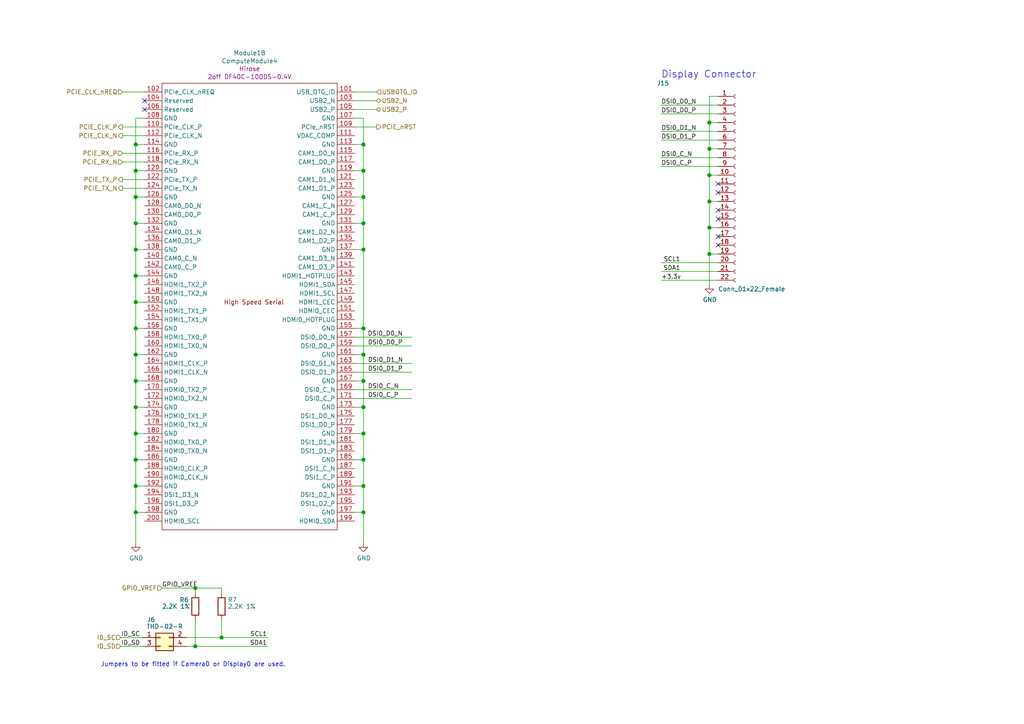
<source format=kicad_sch>
(kicad_sch (version 20230121) (generator eeschema)
  (paper "A4")
  (title_block (title "Bitcart") (date "2023-09-15") (rev "1"))
  (lib_symbols
    (symbol "CM4IO:ComputeModule4-CM4"
      (property "Reference" "Module" (at 113.03 -68.58 0))
      (property "Value" "ComputeModule4-CM4" (at 140.97 2.54 0))
      (property "Field4" "Hirose" (at 0 0 0))
      (property "Field5" "2x DF40C-100DS-0.4V" (at 0 -2.54 0))
      (symbol "ComputeModule4-CM4_1_0"
        (text "GPIO" (at 0 6.35 0) (effects (font (size 1.27 1.27))))
      )
      (symbol "ComputeModule4-CM4_1_1"
        (rectangle (start -30.48 -71.12) (end 25.4 58.42))
        (text "600mA Max" (at -8.89 -53.34 0) (effects (font (size 1.27 1.27))))
        (text "600mA Max" (at -8.89 -48.26 0) (effects (font (size 1.27 1.27))))
        (text "NB SD signals are only available" (at -1.27 -27.94 0) (effects (font (size 1.27 1.27))))
        (text "on modules without eMMC" (at -1.27 -30.48 0) (effects (font (size 1.27 1.27))))
        (pin power_in line (at 27.94 55.88 180) (length 2.54) (name "GND") (number "1"))
        (pin passive line (at -33.02 45.72 0) (length 2.54) (name "Ethernet_Pair0_N") (number "10"))
        (pin output line (at -33.02 -68.58 0) (length 2.54) (name "nEXTRST") (number "100"))
        (pin passive line (at 27.94 43.18 180) (length 2.54) (name "Ethernet_Pair2_P") (number "11"))
        (pin passive line (at -33.02 43.18 0) (length 2.54) (name "Ethernet_Pair0_P") (number "12"))
        (pin power_in line (at 27.94 40.64 180) (length 2.54) (name "GND") (number "13"))
        (pin power_in line (at -33.02 40.64 0) (length 2.54) (name "GND") (number "14"))
        (pin output line (at 27.94 38.1 180) (length 2.54) (name "Ethernet_nLED3(3.3v)") (number "15"))
        (pin input line (at -33.02 38.1 0) (length 2.54) (name "Ethernet_SYNC_IN(1.8v)") (number "16"))
        (pin output line (at 27.94 35.56 180) (length 2.54) (name "Ethernet_nLED2(3.3v)") (number "17"))
        (pin input line (at -33.02 35.56 0) (length 2.54) (name "Ethernet_SYNC_OUT(1.8v)") (number "18"))
        (pin output line (at 27.94 33.02 180) (length 2.54) (name "Ethernet_nLED1(3.3v)") (number "19"))
        (pin power_in line (at -33.02 55.88 0) (length 2.54) (name "GND") (number "2"))
        (pin passive line (at -33.02 33.02 0) (length 2.54) (name "EEPROM_nWP") (number "20"))
        (pin open_collector line (at 27.94 30.48 180) (length 2.54) (name "PI_nLED_Activity") (number "21"))
        (pin power_in line (at -33.02 30.48 0) (length 2.54) (name "GND") (number "22"))
        (pin power_in line (at 27.94 27.94 180) (length 2.54) (name "GND") (number "23"))
        (pin passive line (at -33.02 27.94 0) (length 2.54) (name "GPIO26") (number "24"))
        (pin passive line (at 27.94 25.4 180) (length 2.54) (name "GPIO21") (number "25"))
        (pin passive line (at -33.02 25.4 0) (length 2.54) (name "GPIO19") (number "26"))
        (pin passive line (at 27.94 22.86 180) (length 2.54) (name "GPIO20") (number "27"))
        (pin passive line (at -33.02 22.86 0) (length 2.54) (name "GPIO13") (number "28"))
        (pin passive line (at 27.94 20.32 180) (length 2.54) (name "GPIO16") (number "29"))
        (pin passive line (at 27.94 53.34 180) (length 2.54) (name "Ethernet_Pair3_P") (number "3"))
        (pin passive line (at -33.02 20.32 0) (length 2.54) (name "GPIO6") (number "30"))
        (pin passive line (at 27.94 17.78 180) (length 2.54) (name "GPIO12") (number "31"))
        (pin power_in line (at -33.02 17.78 0) (length 2.54) (name "GND") (number "32"))
        (pin power_in line (at 27.94 15.24 180) (length 2.54) (name "GND") (number "33"))
        (pin passive line (at -33.02 15.24 0) (length 2.54) (name "GPIO5") (number "34"))
        (pin passive line (at 27.94 12.7 180) (length 2.54) (name "ID_SC") (number "35"))
        (pin passive line (at -33.02 12.7 0) (length 2.54) (name "ID_SD") (number "36"))
        (pin passive line (at 27.94 10.16 180) (length 2.54) (name "GPIO7") (number "37"))
        (pin passive line (at -33.02 10.16 0) (length 2.54) (name "GPIO11") (number "38"))
        (pin passive line (at 27.94 7.62 180) (length 2.54) (name "GPIO8") (number "39"))
        (pin passive line (at -33.02 53.34 0) (length 2.54) (name "Ethernet_Pair1_P") (number "4"))
        (pin passive line (at -33.02 7.62 0) (length 2.54) (name "GPIO9") (number "40"))
        (pin passive line (at 27.94 5.08 180) (length 2.54) (name "GPIO25") (number "41"))
        (pin power_in line (at -33.02 5.08 0) (length 2.54) (name "GND") (number "42"))
        (pin power_in line (at 27.94 2.54 180) (length 2.54) (name "GND") (number "43"))
        (pin passive line (at -33.02 2.54 0) (length 2.54) (name "GPIO10") (number "44"))
        (pin passive line (at 27.94 0 180) (length 2.54) (name "GPIO24") (number "45"))
        (pin passive line (at -33.02 0 0) (length 2.54) (name "GPIO22") (number "46"))
        (pin passive line (at 27.94 -2.54 180) (length 2.54) (name "GPIO23") (number "47"))
        (pin passive line (at -33.02 -2.54 0) (length 2.54) (name "GPIO27") (number "48"))
        (pin passive line (at 27.94 -5.08 180) (length 2.54) (name "GPIO18") (number "49"))
        (pin passive line (at 27.94 50.8 180) (length 2.54) (name "Ethernet_Pair3_N") (number "5"))
        (pin passive line (at -33.02 -5.08 0) (length 2.54) (name "GPIO17") (number "50"))
        (pin passive line (at 27.94 -7.62 180) (length 2.54) (name "GPIO15") (number "51"))
        (pin power_in line (at -33.02 -7.62 0) (length 2.54) (name "GND") (number "52"))
        (pin power_in line (at 27.94 -10.16 180) (length 2.54) (name "GND") (number "53"))
        (pin passive line (at -33.02 -10.16 0) (length 2.54) (name "GPIO4") (number "54"))
        (pin passive line (at 27.94 -12.7 180) (length 2.54) (name "GPIO14") (number "55"))
        (pin passive line (at -33.02 -12.7 0) (length 2.54) (name "GPIO3") (number "56"))
        (pin passive line (at 27.94 -15.24 180) (length 2.54) (name "SD_CLK") (number "57"))
        (pin passive line (at -33.02 -15.24 0) (length 2.54) (name "GPIO2") (number "58"))
        (pin power_in line (at 27.94 -17.78 180) (length 2.54) (name "GND") (number "59"))
        (pin passive line (at -33.02 50.8 0) (length 2.54) (name "Ethernet_Pair1_N") (number "6"))
        (pin power_in line (at -33.02 -17.78 0) (length 2.54) (name "GND") (number "60"))
        (pin passive line (at 27.94 -20.32 180) (length 2.54) (name "SD_DAT3") (number "61"))
        (pin passive line (at -33.02 -20.32 0) (length 2.54) (name "SD_CMD") (number "62"))
        (pin passive line (at 27.94 -22.86 180) (length 2.54) (name "SD_DAT0") (number "63"))
        (pin passive line (at -33.02 -22.86 0) (length 2.54) (name "SD_DAT5") (number "64"))
        (pin power_in line (at 27.94 -25.4 180) (length 2.54) (name "GND") (number "65"))
        (pin power_in line (at -33.02 -25.4 0) (length 2.54) (name "GND") (number "66"))
        (pin passive line (at 27.94 -27.94 180) (length 2.54) (name "SD_DAT1") (number "67"))
        (pin passive line (at -33.02 -27.94 0) (length 2.54) (name "SD_DAT4") (number "68"))
        (pin passive line (at 27.94 -30.48 180) (length 2.54) (name "SD_DAT2") (number "69"))
        (pin power_in line (at 27.94 48.26 180) (length 2.54) (name "GND") (number "7"))
        (pin passive line (at -33.02 -30.48 0) (length 2.54) (name "SD_DAT7") (number "70"))
        (pin power_in line (at 27.94 -33.02 180) (length 2.54) (name "GND") (number "71"))
        (pin passive line (at -33.02 -33.02 0) (length 2.54) (name "SD_DAT6") (number "72"))
        (pin input line (at 27.94 -35.56 180) (length 2.54) (name "SD_VDD_Override") (number "73"))
        (pin power_in line (at -33.02 -35.56 0) (length 2.54) (name "GND") (number "74"))
        (pin output line (at 27.94 -38.1 180) (length 2.54) (name "SD_PWR_ON") (number "75"))
        (pin passive line (at -33.02 -38.1 0) (length 2.54) (name "Reserved") (number "76"))
        (pin power_in line (at 27.94 -40.64 180) (length 2.54) (name "+5v_(Input)") (number "77"))
        (pin power_in line (at -33.02 -40.64 0) (length 2.54) (name "GPIO_VREF(1.8v/3.3v_Input)") (number "78"))
        (pin power_in line (at 27.94 -43.18 180) (length 2.54) (name "+5v_(Input)") (number "79"))
        (pin power_in line (at -33.02 48.26 0) (length 2.54) (name "GND") (number "8"))
        (pin passive line (at -33.02 -43.18 0) (length 2.54) (name "SCL0") (number "80"))
        (pin power_in line (at 27.94 -45.72 180) (length 2.54) (name "+5v_(Input)") (number "81"))
        (pin passive line (at -33.02 -45.72 0) (length 2.54) (name "SDA0") (number "82"))
        (pin power_in line (at 27.94 -48.26 180) (length 2.54) (name "+5v_(Input)") (number "83"))
        (pin power_out line (at -33.02 -48.26 0) (length 2.54) (name "+3.3v_(Output)") (number "84"))
        (pin power_in line (at 27.94 -50.8 180) (length 2.54) (name "+5v_(Input)") (number "85"))
        (pin power_out line (at -33.02 -50.8 0) (length 2.54) (name "+3.3v_(Output)") (number "86"))
        (pin power_in line (at 27.94 -53.34 180) (length 2.54) (name "+5v_(Input)") (number "87"))
        (pin power_out line (at -33.02 -53.34 0) (length 2.54) (name "+1.8v_(Output)") (number "88"))
        (pin power_in line (at 27.94 -55.88 180) (length 2.54) (name "WiFi_nDisable") (number "89"))
        (pin passive line (at 27.94 45.72 180) (length 2.54) (name "Ethernet_Pair2_N") (number "9"))
        (pin power_out line (at -33.02 -55.88 0) (length 2.54) (name "+1.8v_(Output)") (number "90"))
        (pin power_in line (at 27.94 -58.42 180) (length 2.54) (name "BT_nDisable") (number "91"))
        (pin passive line (at -33.02 -58.42 0) (length 2.54) (name "RUN_PG") (number "92"))
        (pin input line (at 27.94 -60.96 180) (length 2.54) (name "nRPIBOOT") (number "93"))
        (pin passive line (at -33.02 -60.96 0) (length 2.54) (name "AnalogIP0") (number "94"))
        (pin output line (at 27.94 -63.5 180) (length 2.54) (name "nPI_LED_PWR") (number "95"))
        (pin passive line (at -33.02 -63.5 0) (length 2.54) (name "AnalogIP1") (number "96"))
        (pin passive line (at 27.94 -66.04 180) (length 2.54) (name "Camera_GPIO") (number "97"))
        (pin power_in line (at -33.02 -66.04 0) (length 2.54) (name "GND") (number "98"))
        (pin input line (at 27.94 -68.58 180) (length 2.54) (name "Global_EN") (number "99"))
      )
      (symbol "ComputeModule4-CM4_2_1"
        (rectangle (start 114.3 -66.04) (end 165.1 63.5))
        (text "High Speed Serial" (at 140.97 0 0) (effects (font (size 1.27 1.27))))
        (pin input line (at 170.18 60.96 180) (length 5.08) (name "USB_OTG_ID") (number "101"))
        (pin input line (at 109.22 60.96 0) (length 5.08) (name "PCIe_CLK_nREQ") (number "102"))
        (pin passive line (at 170.18 58.42 180) (length 5.08) (name "USB2_N") (number "103"))
        (pin passive line (at 109.22 58.42 0) (length 5.08) (name "Reserved") (number "104"))
        (pin passive line (at 170.18 55.88 180) (length 5.08) (name "USB2_P") (number "105"))
        (pin passive line (at 109.22 55.88 0) (length 5.08) (name "Reserved") (number "106"))
        (pin power_in line (at 170.18 53.34 180) (length 5.08) (name "GND") (number "107"))
        (pin power_in line (at 109.22 53.34 0) (length 5.08) (name "GND") (number "108"))
        (pin bidirectional line (at 170.18 50.8 180) (length 5.08) (name "PCIe_nRST") (number "109"))
        (pin output line (at 109.22 50.8 0) (length 5.08) (name "PCIe_CLK_P") (number "110"))
        (pin passive line (at 170.18 48.26 180) (length 5.08) (name "VDAC_COMP") (number "111"))
        (pin output line (at 109.22 48.26 0) (length 5.08) (name "PCIe_CLK_N") (number "112"))
        (pin power_in line (at 170.18 45.72 180) (length 5.08) (name "GND") (number "113"))
        (pin power_in line (at 109.22 45.72 0) (length 5.08) (name "GND") (number "114"))
        (pin input line (at 170.18 43.18 180) (length 5.08) (name "CAM1_D0_N") (number "115"))
        (pin input line (at 109.22 43.18 0) (length 5.08) (name "PCIe_RX_P") (number "116"))
        (pin input line (at 170.18 40.64 180) (length 5.08) (name "CAM1_D0_P") (number "117"))
        (pin input line (at 109.22 40.64 0) (length 5.08) (name "PCIe_RX_N") (number "118"))
        (pin power_in line (at 170.18 38.1 180) (length 5.08) (name "GND") (number "119"))
        (pin power_in line (at 109.22 38.1 0) (length 5.08) (name "GND") (number "120"))
        (pin input line (at 170.18 35.56 180) (length 5.08) (name "CAM1_D1_N") (number "121"))
        (pin output line (at 109.22 35.56 0) (length 5.08) (name "PCIe_TX_P") (number "122"))
        (pin input line (at 170.18 33.02 180) (length 5.08) (name "CAM1_D1_P") (number "123"))
        (pin output line (at 109.22 33.02 0) (length 5.08) (name "PCIe_TX_N") (number "124"))
        (pin power_in line (at 170.18 30.48 180) (length 5.08) (name "GND") (number "125"))
        (pin power_in line (at 109.22 30.48 0) (length 5.08) (name "GND") (number "126"))
        (pin input line (at 170.18 27.94 180) (length 5.08) (name "CAM1_C_N") (number "127"))
        (pin input line (at 109.22 27.94 0) (length 5.08) (name "CAM0_D0_N") (number "128"))
        (pin input line (at 170.18 25.4 180) (length 5.08) (name "CAM1_C_P") (number "129"))
        (pin input line (at 109.22 25.4 0) (length 5.08) (name "CAM0_D0_P") (number "130"))
        (pin power_in line (at 170.18 22.86 180) (length 5.08) (name "GND") (number "131"))
        (pin power_in line (at 109.22 22.86 0) (length 5.08) (name "GND") (number "132"))
        (pin input line (at 170.18 20.32 180) (length 5.08) (name "CAM1_D2_N") (number "133"))
        (pin input line (at 109.22 20.32 0) (length 5.08) (name "CAM0_D1_N") (number "134"))
        (pin input line (at 170.18 17.78 180) (length 5.08) (name "CAM1_D2_P") (number "135"))
        (pin input line (at 109.22 17.78 0) (length 5.08) (name "CAM0_D1_P") (number "136"))
        (pin power_in line (at 170.18 15.24 180) (length 5.08) (name "GND") (number "137"))
        (pin power_in line (at 109.22 15.24 0) (length 5.08) (name "GND") (number "138"))
        (pin input line (at 170.18 12.7 180) (length 5.08) (name "CAM1_D3_N") (number "139"))
        (pin input line (at 109.22 12.7 0) (length 5.08) (name "CAM0_C_N") (number "140"))
        (pin input line (at 170.18 10.16 180) (length 5.08) (name "CAM1_D3_P") (number "141"))
        (pin input line (at 109.22 10.16 0) (length 5.08) (name "CAM0_C_P") (number "142"))
        (pin input line (at 170.18 7.62 180) (length 5.08) (name "HDMI1_HOTPLUG") (number "143"))
        (pin power_in line (at 109.22 7.62 0) (length 5.08) (name "GND") (number "144"))
        (pin bidirectional line (at 170.18 5.08 180) (length 5.08) (name "HDMI1_SDA") (number "145"))
        (pin output line (at 109.22 5.08 0) (length 5.08) (name "HDMI1_TX2_P") (number "146"))
        (pin open_collector line (at 170.18 2.54 180) (length 5.08) (name "HDMI1_SCL") (number "147"))
        (pin output line (at 109.22 2.54 0) (length 5.08) (name "HDMI1_TX2_N") (number "148"))
        (pin open_collector line (at 170.18 0 180) (length 5.08) (name "HDMI1_CEC") (number "149"))
        (pin power_in line (at 109.22 0 0) (length 5.08) (name "GND") (number "150"))
        (pin open_collector line (at 170.18 -2.54 180) (length 5.08) (name "HDMI0_CEC") (number "151"))
        (pin output line (at 109.22 -2.54 0) (length 5.08) (name "HDMI1_TX1_P") (number "152"))
        (pin input line (at 170.18 -5.08 180) (length 5.08) (name "HDMI0_HOTPLUG") (number "153"))
        (pin output line (at 109.22 -5.08 0) (length 5.08) (name "HDMI1_TX1_N") (number "154"))
        (pin power_in line (at 170.18 -7.62 180) (length 5.08) (name "GND") (number "155"))
        (pin power_in line (at 109.22 -7.62 0) (length 5.08) (name "GND") (number "156"))
        (pin output line (at 170.18 -10.16 180) (length 5.08) (name "DSI0_D0_N") (number "157"))
        (pin output line (at 109.22 -10.16 0) (length 5.08) (name "HDMI1_TX0_P") (number "158"))
        (pin output line (at 170.18 -12.7 180) (length 5.08) (name "DSI0_D0_P") (number "159"))
        (pin output line (at 109.22 -12.7 0) (length 5.08) (name "HDMI1_TX0_N") (number "160"))
        (pin power_in line (at 170.18 -15.24 180) (length 5.08) (name "GND") (number "161"))
        (pin power_in line (at 109.22 -15.24 0) (length 5.08) (name "GND") (number "162"))
        (pin output line (at 170.18 -17.78 180) (length 5.08) (name "DSI0_D1_N") (number "163"))
        (pin output line (at 109.22 -17.78 0) (length 5.08) (name "HDMI1_CLK_P") (number "164"))
        (pin output line (at 170.18 -20.32 180) (length 5.08) (name "DSI0_D1_P") (number "165"))
        (pin output line (at 109.22 -20.32 0) (length 5.08) (name "HDMI1_CLK_N") (number "166"))
        (pin power_in line (at 170.18 -22.86 180) (length 5.08) (name "GND") (number "167"))
        (pin power_in line (at 109.22 -22.86 0) (length 5.08) (name "GND") (number "168"))
        (pin output line (at 170.18 -25.4 180) (length 5.08) (name "DSI0_C_N") (number "169"))
        (pin output line (at 109.22 -25.4 0) (length 5.08) (name "HDMI0_TX2_P") (number "170"))
        (pin output line (at 170.18 -27.94 180) (length 5.08) (name "DSI0_C_P") (number "171"))
        (pin output line (at 109.22 -27.94 0) (length 5.08) (name "HDMI0_TX2_N") (number "172"))
        (pin power_in line (at 170.18 -30.48 180) (length 5.08) (name "GND") (number "173"))
        (pin power_in line (at 109.22 -30.48 0) (length 5.08) (name "GND") (number "174"))
        (pin output line (at 170.18 -33.02 180) (length 5.08) (name "DSI1_D0_N") (number "175"))
        (pin output line (at 109.22 -33.02 0) (length 5.08) (name "HDMI0_TX1_P") (number "176"))
        (pin output line (at 170.18 -35.56 180) (length 5.08) (name "DSI1_D0_P") (number "177"))
        (pin output line (at 109.22 -35.56 0) (length 5.08) (name "HDMI0_TX1_N") (number "178"))
        (pin power_in line (at 170.18 -38.1 180) (length 5.08) (name "GND") (number "179"))
        (pin power_in line (at 109.22 -38.1 0) (length 5.08) (name "GND") (number "180"))
        (pin output line (at 170.18 -40.64 180) (length 5.08) (name "DSI1_D1_N") (number "181"))
        (pin output line (at 109.22 -40.64 0) (length 5.08) (name "HDMI0_TX0_P") (number "182"))
        (pin output line (at 170.18 -43.18 180) (length 5.08) (name "DSI1_D1_P") (number "183"))
        (pin output line (at 109.22 -43.18 0) (length 5.08) (name "HDMI0_TX0_N") (number "184"))
        (pin power_in line (at 170.18 -45.72 180) (length 5.08) (name "GND") (number "185"))
        (pin power_in line (at 109.22 -45.72 0) (length 5.08) (name "GND") (number "186"))
        (pin output line (at 170.18 -48.26 180) (length 5.08) (name "DSI1_C_N") (number "187"))
        (pin output line (at 109.22 -48.26 0) (length 5.08) (name "HDMI0_CLK_P") (number "188"))
        (pin output line (at 170.18 -50.8 180) (length 5.08) (name "DSI1_C_P") (number "189"))
        (pin output line (at 109.22 -50.8 0) (length 5.08) (name "HDMI0_CLK_N") (number "190"))
        (pin power_in line (at 170.18 -53.34 180) (length 5.08) (name "GND") (number "191"))
        (pin power_in line (at 109.22 -53.34 0) (length 5.08) (name "GND") (number "192"))
        (pin output line (at 170.18 -55.88 180) (length 5.08) (name "DSI1_D2_N") (number "193"))
        (pin output line (at 109.22 -55.88 0) (length 5.08) (name "DSI1_D3_N") (number "194"))
        (pin output line (at 170.18 -58.42 180) (length 5.08) (name "DSI1_D2_P") (number "195"))
        (pin output line (at 109.22 -58.42 0) (length 5.08) (name "DSI1_D3_P") (number "196"))
        (pin power_in line (at 170.18 -60.96 180) (length 5.08) (name "GND") (number "197"))
        (pin power_in line (at 109.22 -60.96 0) (length 5.08) (name "GND") (number "198"))
        (pin bidirectional line (at 170.18 -63.5 180) (length 5.08) (name "HDMI0_SDA") (number "199"))
        (pin open_collector line (at 109.22 -63.5 0) (length 5.08) (name "HDMI0_SCL") (number "200"))
      )
    )
    (symbol "Connector:Conn_01x22_Female" (pin_names hide)
      (property "Reference" "J" (at 0 27.94 0))
      (property "Value" "Conn_01x22_Female" (at 0 -30.48 0))
      (symbol "Conn_01x22_Female_1_1"
        (arc (start 0 -27.432) (mid -0.5058 -27.94) (end 0 -28.448))
        (arc (start 0 -24.892) (mid -0.5058 -25.4) (end 0 -25.908))
        (arc (start 0 -22.352) (mid -0.5058 -22.86) (end 0 -23.368))
        (arc (start 0 -19.812) (mid -0.5058 -20.32) (end 0 -20.828))
        (arc (start 0 -17.272) (mid -0.5058 -17.78) (end 0 -18.288))
        (arc (start 0 -14.732) (mid -0.5058 -15.24) (end 0 -15.748))
        (arc (start 0 -12.192) (mid -0.5058 -12.7) (end 0 -13.208))
        (arc (start 0 -9.652) (mid -0.5058 -10.16) (end 0 -10.668))
        (arc (start 0 -7.112) (mid -0.5058 -7.62) (end 0 -8.128))
        (arc (start 0 -4.572) (mid -0.5058 -5.08) (end 0 -5.588))
        (arc (start 0 -2.032) (mid -0.5058 -2.54) (end 0 -3.048))
        (polyline (pts (xy -1.27 -27.94) (xy -0.508 -27.94)))
        (polyline (pts (xy -1.27 -25.4) (xy -0.508 -25.4)))
        (polyline (pts (xy -1.27 -22.86) (xy -0.508 -22.86)))
        (polyline (pts (xy -1.27 -20.32) (xy -0.508 -20.32)))
        (polyline (pts (xy -1.27 -17.78) (xy -0.508 -17.78)))
        (polyline (pts (xy -1.27 -15.24) (xy -0.508 -15.24)))
        (polyline (pts (xy -1.27 -12.7) (xy -0.508 -12.7)))
        (polyline (pts (xy -1.27 -10.16) (xy -0.508 -10.16)))
        (polyline (pts (xy -1.27 -7.62) (xy -0.508 -7.62)))
        (polyline (pts (xy -1.27 -5.08) (xy -0.508 -5.08)))
        (polyline (pts (xy -1.27 -2.54) (xy -0.508 -2.54)))
        (polyline (pts (xy -1.27 0) (xy -0.508 0)))
        (polyline (pts (xy -1.27 2.54) (xy -0.508 2.54)))
        (polyline (pts (xy -1.27 5.08) (xy -0.508 5.08)))
        (polyline (pts (xy -1.27 7.62) (xy -0.508 7.62)))
        (polyline (pts (xy -1.27 10.16) (xy -0.508 10.16)))
        (polyline (pts (xy -1.27 12.7) (xy -0.508 12.7)))
        (polyline (pts (xy -1.27 15.24) (xy -0.508 15.24)))
        (polyline (pts (xy -1.27 17.78) (xy -0.508 17.78)))
        (polyline (pts (xy -1.27 20.32) (xy -0.508 20.32)))
        (polyline (pts (xy -1.27 22.86) (xy -0.508 22.86)))
        (polyline (pts (xy -1.27 25.4) (xy -0.508 25.4)))
        (arc (start 0 0.508) (mid -0.5058 0) (end 0 -0.508))
        (arc (start 0 3.048) (mid -0.5058 2.54) (end 0 2.032))
        (arc (start 0 5.588) (mid -0.5058 5.08) (end 0 4.572))
        (arc (start 0 8.128) (mid -0.5058 7.62) (end 0 7.112))
        (arc (start 0 10.668) (mid -0.5058 10.16) (end 0 9.652))
        (arc (start 0 13.208) (mid -0.5058 12.7) (end 0 12.192))
        (arc (start 0 15.748) (mid -0.5058 15.24) (end 0 14.732))
        (arc (start 0 18.288) (mid -0.5058 17.78) (end 0 17.272))
        (arc (start 0 20.828) (mid -0.5058 20.32) (end 0 19.812))
        (arc (start 0 23.368) (mid -0.5058 22.86) (end 0 22.352))
        (arc (start 0 25.908) (mid -0.5058 25.4) (end 0 24.892))
        (pin passive line (at -5.08 25.4 0) (length 3.81) (name "Pin_1") (number "1"))
        (pin passive line (at -5.08 2.54 0) (length 3.81) (name "Pin_10") (number "10"))
        (pin passive line (at -5.08 0 0) (length 3.81) (name "Pin_11") (number "11"))
        (pin passive line (at -5.08 -2.54 0) (length 3.81) (name "Pin_12") (number "12"))
        (pin passive line (at -5.08 -5.08 0) (length 3.81) (name "Pin_13") (number "13"))
        (pin passive line (at -5.08 -7.62 0) (length 3.81) (name "Pin_14") (number "14"))
        (pin passive line (at -5.08 -10.16 0) (length 3.81) (name "Pin_15") (number "15"))
        (pin passive line (at -5.08 -12.7 0) (length 3.81) (name "Pin_16") (number "16"))
        (pin passive line (at -5.08 -15.24 0) (length 3.81) (name "Pin_17") (number "17"))
        (pin passive line (at -5.08 -17.78 0) (length 3.81) (name "Pin_18") (number "18"))
        (pin passive line (at -5.08 -20.32 0) (length 3.81) (name "Pin_19") (number "19"))
        (pin passive line (at -5.08 22.86 0) (length 3.81) (name "Pin_2") (number "2"))
        (pin passive line (at -5.08 -22.86 0) (length 3.81) (name "Pin_20") (number "20"))
        (pin passive line (at -5.08 -25.4 0) (length 3.81) (name "Pin_21") (number "21"))
        (pin passive line (at -5.08 -27.94 0) (length 3.81) (name "Pin_22") (number "22"))
        (pin passive line (at -5.08 20.32 0) (length 3.81) (name "Pin_3") (number "3"))
        (pin passive line (at -5.08 17.78 0) (length 3.81) (name "Pin_4") (number "4"))
        (pin passive line (at -5.08 15.24 0) (length 3.81) (name "Pin_5") (number "5"))
        (pin passive line (at -5.08 12.7 0) (length 3.81) (name "Pin_6") (number "6"))
        (pin passive line (at -5.08 10.16 0) (length 3.81) (name "Pin_7") (number "7"))
        (pin passive line (at -5.08 7.62 0) (length 3.81) (name "Pin_8") (number "8"))
        (pin passive line (at -5.08 5.08 0) (length 3.81) (name "Pin_9") (number "9"))
      )
    )
    (symbol "Connector_Generic:Conn_02x02_Odd_Even" (pin_names hide)
      (property "Reference" "J" (at 1.27 2.54 0))
      (property "Value" "Conn_02x02_Odd_Even" (at 1.27 -5.08 0))
      (symbol "Conn_02x02_Odd_Even_1_1"
        (rectangle (start -1.27 -2.413) (end 0 -2.667))
        (rectangle (start -1.27 0.127) (end 0 -0.127))
        (rectangle (start -1.27 1.27) (end 3.81 -3.81) (stroke (width 0.254)) (fill (type background)))
        (rectangle (start 3.81 -2.413) (end 2.54 -2.667))
        (rectangle (start 3.81 0.127) (end 2.54 -0.127))
        (pin passive line (at -5.08 0 0) (length 3.81) (name "Pin_1") (number "1"))
        (pin passive line (at 7.62 0 180) (length 3.81) (name "Pin_2") (number "2"))
        (pin passive line (at -5.08 -2.54 0) (length 3.81) (name "Pin_3") (number "3"))
        (pin passive line (at 7.62 -2.54 180) (length 3.81) (name "Pin_4") (number "4"))
      )
    )
    (symbol "Device:R" (pin_numbers hide) (pin_names (offset 0))
      (property "Reference" "R" (at 2.032 0 90))
      (property "Value" "R" (at 0 0 90))
      (symbol "R_0_1"
        (rectangle (start -1.016 -2.54) (end 1.016 2.54) (stroke (width 0.254)))
      )
      (symbol "R_1_1"
        (pin passive line (at 0 3.81 270) (length 1.27) (name "~") (number "1"))
        (pin passive line (at 0 -3.81 90) (length 1.27) (name "~") (number "2"))
      )
    )
    (symbol "power:GND" (power) (pin_names (offset 0))
      (property "Value" "GND" (at 0 -3.81 0))
      (symbol "GND_0_1"
        (polyline (pts (xy 0 0) (xy 0 -1.27) (xy 1.27 -1.27) (xy 0 -2.54) (xy -1.27 -1.27) (xy 0 -1.27)))
      )
      (symbol "GND_1_1"
        (pin power_in line (at 0 0 270) (length 0) hide (name "GND") (number "1"))
      )
    )
  )
  (junction (at 56.642 187.452) (diameter 1.016))
  (junction (at 105.41 110.49) (diameter 1.016))
  (junction (at 105.41 49.53) (diameter 1.016))
  (junction (at 39.37 72.39) (diameter 1.016))
  (junction (at 105.41 140.97) (diameter 1.016))
  (junction (at 39.37 57.15) (diameter 1.016))
  (junction (at 39.37 110.49) (diameter 1.016))
  (junction (at 105.41 41.91) (diameter 1.016))
  (junction (at 39.37 49.53) (diameter 1.016))
  (junction (at 105.41 57.15) (diameter 1.016))
  (junction (at 105.41 133.35) (diameter 1.016))
  (junction (at 39.37 140.97) (diameter 1.016))
  (junction (at 205.74 43.18) (diameter 1.016))
  (junction (at 105.41 64.77) (diameter 1.016))
  (junction (at 39.37 87.63) (diameter 1.016))
  (junction (at 205.74 66.04) (diameter 1.016))
  (junction (at 105.41 148.59) (diameter 1.016))
  (junction (at 205.74 35.56) (diameter 1.016))
  (junction (at 39.37 118.11) (diameter 1.016))
  (junction (at 56.642 170.561) (diameter 1.016))
  (junction (at 205.74 58.42) (diameter 1.016))
  (junction (at 105.41 102.87) (diameter 1.016))
  (junction (at 39.37 148.59) (diameter 1.016))
  (junction (at 105.41 118.11) (diameter 1.016))
  (junction (at 39.37 64.77) (diameter 1.016))
  (junction (at 205.74 50.8) (diameter 1.016))
  (junction (at 64.262 184.912) (diameter 1.016))
  (junction (at 39.37 125.73) (diameter 1.016))
  (junction (at 205.74 73.66) (diameter 1.016))
  (junction (at 39.37 133.35) (diameter 1.016))
  (junction (at 105.41 95.25) (diameter 1.016))
  (junction (at 39.37 41.91) (diameter 1.016))
  (junction (at 105.41 72.39) (diameter 1.016))
  (junction (at 39.37 80.01) (diameter 1.016))
  (junction (at 39.37 102.87) (diameter 1.016))
  (junction (at 39.37 95.25) (diameter 1.016))
  (junction (at 105.41 125.73) (diameter 1.016))
  (no_connect (at 208.28 55.88))
  (no_connect (at 208.28 60.96))
  (no_connect (at 41.91 31.75))
  (no_connect (at 208.28 68.58))
  (no_connect (at 41.91 29.21))
  (no_connect (at 208.28 71.12))
  (no_connect (at 208.28 63.5))
  (no_connect (at 208.28 53.34))
  (wire (pts (xy 102.87 41.91) (xy 105.41 41.91)))
  (wire (pts (xy 35.052 184.912) (xy 41.402 184.912)))
  (wire (pts (xy 39.37 80.01) (xy 39.37 87.63)))
  (wire (pts (xy 39.37 41.91) (xy 41.91 41.91)))
  (wire (pts (xy 205.74 35.56) (xy 205.74 43.18)))
  (wire (pts (xy 105.41 41.91) (xy 105.41 34.29)))
  (wire (pts (xy 102.87 29.21) (xy 109.22 29.21)))
  (wire (pts (xy 41.91 44.45) (xy 35.56 44.45)))
  (wire (pts (xy 102.87 113.03) (xy 119.38 113.03)))
  (wire (pts (xy 102.87 148.59) (xy 105.41 148.59)))
  (wire (pts (xy 64.262 179.705) (xy 64.262 184.912)))
  (wire (pts (xy 105.41 64.77) (xy 105.41 57.15)))
  (wire (pts (xy 102.87 107.95) (xy 119.38 107.95)))
  (wire (pts (xy 39.37 140.97) (xy 39.37 148.59)))
  (wire (pts (xy 39.37 125.73) (xy 39.37 133.35)))
  (wire (pts (xy 39.37 102.87) (xy 41.91 102.87)))
  (wire (pts (xy 191.77 38.1) (xy 208.28 38.1)))
  (wire (pts (xy 35.56 54.61) (xy 41.91 54.61)))
  (wire (pts (xy 35.052 187.452) (xy 41.402 187.452)))
  (wire (pts (xy 105.41 72.39) (xy 105.41 95.25)))
  (wire (pts (xy 39.37 148.59) (xy 39.37 157.48)))
  (wire (pts (xy 39.37 110.49) (xy 41.91 110.49)))
  (wire (pts (xy 39.37 57.15) (xy 41.91 57.15)))
  (wire (pts (xy 39.37 87.63) (xy 41.91 87.63)))
  (wire (pts (xy 39.37 110.49) (xy 39.37 118.11)))
  (wire (pts (xy 41.91 148.59) (xy 39.37 148.59)))
  (wire (pts (xy 102.87 102.87) (xy 105.41 102.87)))
  (wire (pts (xy 35.56 52.07) (xy 41.91 52.07)))
  (wire (pts (xy 105.41 110.49) (xy 105.41 118.11)))
  (wire (pts (xy 105.41 57.15) (xy 105.41 49.53)))
  (wire (pts (xy 39.37 133.35) (xy 39.37 140.97)))
  (wire (pts (xy 56.642 170.561) (xy 64.262 170.561)))
  (wire (pts (xy 105.41 49.53) (xy 105.41 41.91)))
  (wire (pts (xy 39.37 95.25) (xy 39.37 102.87)))
  (wire (pts (xy 102.87 133.35) (xy 105.41 133.35)))
  (wire (pts (xy 205.74 58.42) (xy 205.74 66.04)))
  (wire (pts (xy 56.642 187.452) (xy 77.47 187.452)))
  (wire (pts (xy 56.642 170.561) (xy 56.642 172.085)))
  (wire (pts (xy 35.56 36.83) (xy 41.91 36.83)))
  (wire (pts (xy 205.74 66.04) (xy 205.74 73.66)))
  (wire (pts (xy 39.37 49.53) (xy 39.37 57.15)))
  (wire (pts (xy 102.87 118.11) (xy 105.41 118.11)))
  (wire (pts (xy 205.74 27.94) (xy 205.74 35.56)))
  (wire (pts (xy 39.37 125.73) (xy 41.91 125.73)))
  (wire (pts (xy 191.77 33.02) (xy 208.28 33.02)))
  (wire (pts (xy 208.28 76.2) (xy 191.77 76.2)))
  (wire (pts (xy 205.74 35.56) (xy 208.28 35.56)))
  (wire (pts (xy 208.28 27.94) (xy 205.74 27.94)))
  (wire (pts (xy 39.37 118.11) (xy 41.91 118.11)))
  (wire (pts (xy 102.87 57.15) (xy 105.41 57.15)))
  (wire (pts (xy 119.38 100.33) (xy 102.87 100.33)))
  (wire (pts (xy 102.87 95.25) (xy 105.41 95.25)))
  (wire (pts (xy 39.37 95.25) (xy 41.91 95.25)))
  (wire (pts (xy 205.74 43.18) (xy 205.74 50.8)))
  (wire (pts (xy 64.262 170.561) (xy 64.262 172.085)))
  (wire (pts (xy 39.37 64.77) (xy 39.37 72.39)))
  (wire (pts (xy 205.74 58.42) (xy 208.28 58.42)))
  (wire (pts (xy 102.87 110.49) (xy 105.41 110.49)))
  (wire (pts (xy 105.41 34.29) (xy 102.87 34.29)))
  (wire (pts (xy 105.41 148.59) (xy 105.41 157.48)))
  (wire (pts (xy 105.41 102.87) (xy 105.41 110.49)))
  (wire (pts (xy 191.77 45.72) (xy 208.28 45.72)))
  (wire (pts (xy 39.37 118.11) (xy 39.37 125.73)))
  (wire (pts (xy 35.56 26.67) (xy 41.91 26.67)))
  (wire (pts (xy 39.37 57.15) (xy 39.37 64.77)))
  (wire (pts (xy 105.41 133.35) (xy 105.41 140.97)))
  (wire (pts (xy 39.37 41.91) (xy 39.37 49.53)))
  (wire (pts (xy 105.41 125.73) (xy 105.41 133.35)))
  (wire (pts (xy 102.87 125.73) (xy 105.41 125.73)))
  (wire (pts (xy 205.74 66.04) (xy 208.28 66.04)))
  (wire (pts (xy 41.91 34.29) (xy 39.37 34.29)))
  (wire (pts (xy 39.37 87.63) (xy 39.37 95.25)))
  (wire (pts (xy 102.87 64.77) (xy 105.41 64.77)))
  (wire (pts (xy 54.102 184.912) (xy 64.262 184.912)))
  (wire (pts (xy 39.37 72.39) (xy 39.37 80.01)))
  (wire (pts (xy 56.642 179.705) (xy 56.642 187.452)))
  (wire (pts (xy 102.87 140.97) (xy 105.41 140.97)))
  (wire (pts (xy 102.87 31.75) (xy 109.22 31.75)))
  (wire (pts (xy 102.87 105.41) (xy 119.38 105.41)))
  (wire (pts (xy 39.37 102.87) (xy 39.37 110.49)))
  (wire (pts (xy 46.99 170.561) (xy 56.642 170.561)))
  (wire (pts (xy 41.91 140.97) (xy 39.37 140.97)))
  (wire (pts (xy 54.102 187.452) (xy 56.642 187.452)))
  (wire (pts (xy 41.91 46.99) (xy 35.56 46.99)))
  (wire (pts (xy 64.262 184.912) (xy 77.597 184.912)))
  (wire (pts (xy 39.37 72.39) (xy 41.91 72.39)))
  (wire (pts (xy 102.87 72.39) (xy 105.41 72.39)))
  (wire (pts (xy 205.74 43.18) (xy 208.28 43.18)))
  (wire (pts (xy 208.28 78.74) (xy 191.77 78.74)))
  (wire (pts (xy 205.74 50.8) (xy 205.74 58.42)))
  (wire (pts (xy 105.41 118.11) (xy 105.41 125.73)))
  (wire (pts (xy 119.38 97.79) (xy 102.87 97.79)))
  (wire (pts (xy 205.74 73.66) (xy 208.28 73.66)))
  (wire (pts (xy 102.87 36.83) (xy 109.22 36.83)))
  (wire (pts (xy 191.77 40.64) (xy 208.28 40.64)))
  (wire (pts (xy 205.74 50.8) (xy 208.28 50.8)))
  (wire (pts (xy 105.41 140.97) (xy 105.41 148.59)))
  (wire (pts (xy 105.41 95.25) (xy 105.41 102.87)))
  (wire (pts (xy 191.77 30.48) (xy 208.28 30.48)))
  (wire (pts (xy 39.37 64.77) (xy 41.91 64.77)))
  (wire (pts (xy 39.37 133.35) (xy 41.91 133.35)))
  (wire (pts (xy 191.77 48.26) (xy 208.28 48.26)))
  (wire (pts (xy 105.41 72.39) (xy 105.41 64.77)))
  (wire (pts (xy 205.74 73.66) (xy 205.74 82.55)))
  (wire (pts (xy 102.87 115.57) (xy 119.38 115.57)))
  (wire (pts (xy 39.37 34.29) (xy 39.37 41.91)))
  (wire (pts (xy 35.56 39.37) (xy 41.91 39.37)))
  (wire (pts (xy 208.28 81.28) (xy 191.77 81.28)))
  (wire (pts (xy 39.37 80.01) (xy 41.91 80.01)))
  (wire (pts (xy 39.37 49.53) (xy 41.91 49.53)))
  (wire (pts (xy 109.22 26.67) (xy 102.87 26.67)))
  (wire (pts (xy 102.87 49.53) (xy 105.41 49.53)))
  (text "Jumpers to be fitted if Camera0 or Display0 are used.\n" (at 82.804 193.548 0) (effects (font (size 1.27 1.27)) (justify right bottom)))
  (text "Display Connector" (at 191.77 22.86 0) (effects (font (size 2.0066 2.0066)) (justify left bottom)))
  (label "DSI0_C_P" (at 106.68 115.57 0))
  (label "SCL1" (at 77.47 184.912 180))
  (label "GPIO_VREF" (at 46.99 170.561 0))
  (label "DSI0_D0_P" (at 191.77 33.02 0))
  (label "+3.3v" (at 191.77 81.28 0))
  (label "SDA1" (at 197.358 78.74 180))
  (label "DSI0_C_N" (at 106.68 113.03 0))
  (label "DSI0_D1_N" (at 191.77 38.1 0))
  (label "DSI0_D0_N" (at 191.77 30.48 0))
  (label "DSI0_D1_P" (at 191.77 40.64 0))
  (label "DSI0_D0_N" (at 116.84 97.79 180))
  (label "DSI0_D1_N" (at 106.68 105.41 0))
  (label "SDA1" (at 77.47 187.452 180))
  (label "DSI0_D1_P" (at 106.68 107.95 0))
  (label "DSI0_C_N" (at 191.77 45.72 0))
  (label "DSI0_C_P" (at 191.77 48.26 0))
  (label "ID_SC" (at 40.64 184.912 180))
  (label "SCL1" (at 197.358 76.2 180))
  (label "ID_SD" (at 40.64 187.452 180))
  (label "DSI0_D0_P" (at 116.84 100.33 180))
  (hierarchical_label "PCIE_RX_P" (shape input) (at 35.56 44.45 180))
  (hierarchical_label "PCIE_CLK_N" (shape output) (at 35.56 39.37 180))
  (hierarchical_label "PCIE_nRST" (shape output) (at 109.22 36.83 0))
  (hierarchical_label "ID_SC" (shape input) (at 35.052 184.912 180))
  (hierarchical_label "PCIE_RX_N" (shape input) (at 35.56 46.99 180))
  (hierarchical_label "ID_SD" (shape input) (at 35.052 187.452 180))
  (hierarchical_label "PCIE_CLK_nREQ" (shape input) (at 35.56 26.67 180))
  (hierarchical_label "GPIO_VREF" (shape input) (at 46.99 170.561 180))
  (hierarchical_label "USBOTG_ID" (shape input) (at 109.22 26.67 0))
  (hierarchical_label "USB2_P" (shape bidirectional) (at 109.22 31.75 0))
  (hierarchical_label "PCIE_TX_N" (shape output) (at 35.56 54.61 180))
  (hierarchical_label "PCIE_TX_P" (shape output) (at 35.56 52.07 180))
  (hierarchical_label "USB2_N" (shape bidirectional) (at 109.22 29.21 0))
  (hierarchical_label "PCIE_CLK_P" (shape output) (at 35.56 36.83 180))
  (symbol (lib_id "power:GND") (at 105.41 157.48 0) (unit 1)
    (property "Reference" "#PWR0130" (effects hide))
    (property "Value" "GND" (at 105.537 161.8742 0))
  )
  (symbol (lib_id "power:GND") (at 39.37 157.48 0) (unit 1)
    (property "Reference" "#PWR0131" (effects hide))
    (property "Value" "GND" (at 39.497 161.8742 0))
  )
  (symbol (lib_id "power:GND") (at 205.74 82.55 0) (unit 1)
    (property "Reference" "#PWR0133" (effects hide))
    (property "Value" "GND" (at 205.867 86.9442 0))
  )
  (symbol (lib_id "Device:R") (at 56.642 175.895 0) (unit 1)
    (property "Reference" "R6" (at 52.07 173.99 0) (effects (justify left)))
    (property "Value" "2.2K 1%" (at 46.99 175.895 0) (effects (justify left)))
    (property "Footprint" "Resistor_SMD:R_0402_1005Metric" (effects hide))
    (property "Datasheet" "https://fscdn.rohm.com/en/products/databook/datasheet/passive/resistor/chip_resistor/mcr-e.pdf" (effects hide))
    (property "Field4" "Farnell" (effects hide))
    (property "Field5" "9239278" (effects hide))
    (property "Field7" "KOA EUROPE GMBH" (effects hide))
    (property "Field6" "RK73G1ETQTP2201D         " (effects hide))
    (property "Part Description" "Resistor 2.2K M1005 1% 63mW" (effects hide))
    (property "Field8" "120889581" (effects hide))
  )
  (symbol (lib_id "Device:R") (at 64.262 175.895 0) (unit 1)
    (property "Reference" "R7" (at 66.04 173.99 0) (effects (justify left)))
    (property "Value" "2.2K 1%" (at 66.04 175.895 0) (effects (justify left)))
    (property "Footprint" "Resistor_SMD:R_0402_1005Metric" (effects hide))
    (property "Datasheet" "https://fscdn.rohm.com/en/products/databook/datasheet/passive/resistor/chip_resistor/mcr-e.pdf" (effects hide))
    (property "Field4" "Farnell" (effects hide))
    (property "Field5" "9239278" (effects hide))
    (property "Field7" "KOA EUROPE GMBH" (effects hide))
    (property "Field6" "RK73G1ETQTP2201D         " (effects hide))
    (property "Part Description" "Resistor 2.2K M1005 1% 63mW" (effects hide))
    (property "Field8" "120889581" (effects hide))
  )
  (symbol (lib_id "Connector:Conn_01x22_Female") (at 213.36 53.34 0) (unit 1)
    (property "Reference" "J15" (at 190.5 24.13 0) (effects (justify left)))
    (property "Value" "Conn_01x22_Female" (at 208.28 83.82 0) (effects (justify left)))
    (property "Footprint" "CM4IO:Hirose_FH12-22S-0.5SH_1x22-1MP_P0.50mm_Horizontal" (effects hide))
    (property "Datasheet" "https://www.hirose.com/product/document?clcode=&productname=&series=FH12&documenttype=Catalog&lang=en&documentid=D31648_en" (effects hide))
    (property "Field4" "Mouser" (effects hide))
    (property "Field5" "798-FH12-22S-0.5SH55" (effects hide))
    (property "Field6" "FH12-22S-0.5SH55" (effects hide))
    (property "Field7" "Hirose" (effects hide))
    (property "Part Description" "22 Position FFC, FPC Connector Contacts, Bottom 0.020\" (0.50mm) Surface Mount, Right Angle" (effects hide))
  )
  (symbol (lib_id "CM4IO:ComputeModule4-CM4") (at -67.31 87.63 0) (unit 2)
    (property "Reference" "Module1" (at 72.39 15.367 0))
    (property "Value" "ComputeModule4" (at 72.39 17.6784 0))
    (property "Footprint" "CM4IO:Raspberry-Pi-4-Compute-Module" (effects hide))
    (property "Field4" "Hirose" (at 72.39 19.9644 0))
    (property "Field5" "2off DF40C-100DS-0.4V" (at 72.39 22.2758 0))
    (property "Field6" "2off DF40C-100DS-0.4V" (effects hide))
    (property "Field7" "Hirose" (effects hide))
    (property "Part Description" "	100 Position Connector Receptacle, Center Strip Contacts Surface Mount Gold" (effects hide))
  )
  (symbol (lib_id "Connector_Generic:Conn_02x02_Odd_Even") (at 46.482 184.912 0) (unit 1)
    (property "Reference" "J6" (at 43.815 179.705 0))
    (property "Value" "THD-02-R" (at 47.752 181.7116 0))
    (property "Footprint" "Connector_PinHeader_2.54mm:PinHeader_2x02_P2.54mm_Vertical" (effects hide))
    (property "Datasheet" "https://www.toby.co.uk/uploads/publications/1673.pdf" (effects hide))
    (property "Field4" "Toby" (effects hide))
    (property "Field5" "THD-02-R" (effects hide))
    (property "Field6" "151-604-425-761" (effects hide))
    (property "Field7" "EDAC" (effects hide))
    (property "Field8" "UCON00791" (effects hide))
    (property "Part Description" "PinHeader_2x02_P2.54mm_Vertical" (effects hide))
  )
)
</source>
